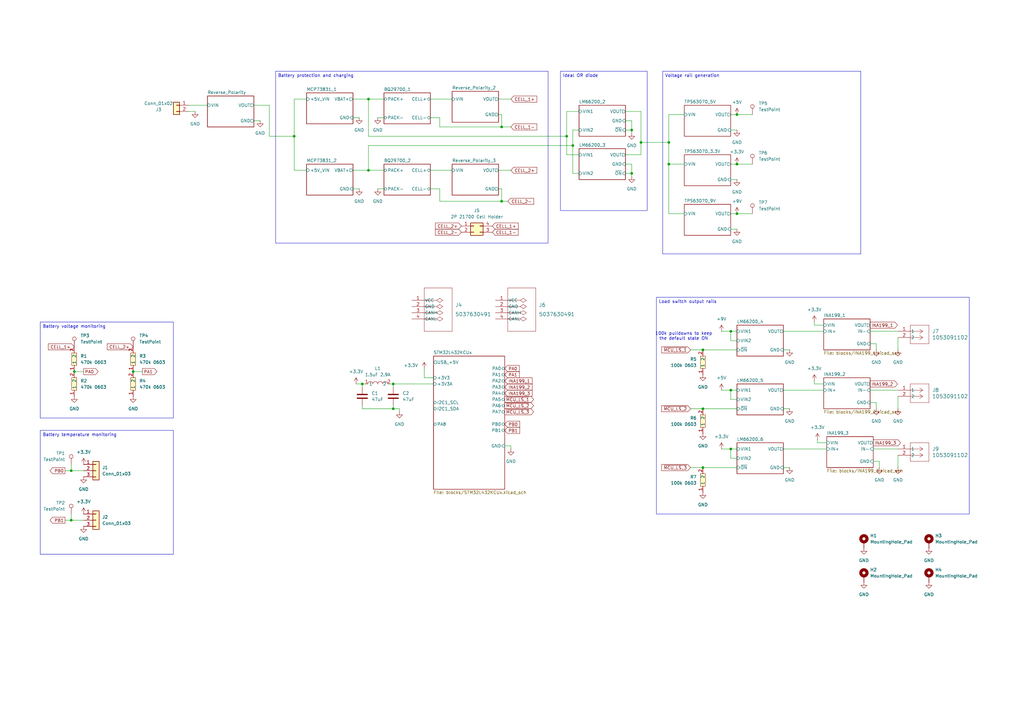
<source format=kicad_sch>
(kicad_sch (version 20231120) (generator "eeschema") (generator_version "8.0")
  (paper "A3")
  (lib_symbols
    (symbol "Connector:TestPoint" (pin_numbers hide) (pin_names (offset 0.762) hide)
      (property "Reference" "TP" (at 0 6.858 0))
      (property "Value" "TestPoint" (at 0 5.08 0))
      (symbol "TestPoint_1_1"
        (pin passive line (at 0 0 90) (length 2.54) (name "1") (number "1"))
      )
    )
    (symbol "Connector_Generic:Conn_01x02" (pin_names (offset 1.016) hide)
      (property "Reference" "J" (at 0 2.54 0))
      (property "Value" "Conn_01x02" (at 0 -5.08 0))
      (symbol "Conn_01x02_1_1"
        (pin passive line (at -5.08 0 0) (length 3.81) (name "Pin_1") (number "1"))
        (pin passive line (at -5.08 -2.54 0) (length 3.81) (name "Pin_2") (number "2"))
      )
    )
    (symbol "Connector_Generic:Conn_01x03" (pin_names (offset 1.016) hide)
      (property "Reference" "J" (at 0 5.08 0))
      (property "Value" "Conn_01x03" (at 0 -5.08 0))
      (symbol "Conn_01x03_1_1"
        (pin passive line (at -5.08 2.54 0) (length 3.81) (name "Pin_1") (number "1"))
        (pin passive line (at -5.08 0 0) (length 3.81) (name "Pin_2") (number "2"))
        (pin passive line (at -5.08 -2.54 0) (length 3.81) (name "Pin_3") (number "3"))
      )
    )
    (symbol "Connector_Generic:Conn_02x02_Counter_Clockwise" (pin_names (offset 1.016) hide)
      (property "Reference" "J" (at 1.27 2.54 0))
      (property "Value" "Conn_02x02_Counter_Clockwise" (at 1.27 -5.08 0))
      (symbol "Conn_02x02_Counter_Clockwise_1_1"
        (pin passive line (at -5.08 0 0) (length 3.81) (name "Pin_1") (number "1"))
        (pin passive line (at -5.08 -2.54 0) (length 3.81) (name "Pin_2") (number "2"))
        (pin passive line (at 7.62 -2.54 180) (length 3.81) (name "Pin_3") (number "3"))
        (pin passive line (at 7.62 0 180) (length 3.81) (name "Pin_4") (number "4"))
      )
    )
    (symbol "Device:C" (pin_numbers hide) (pin_names (offset 0.254))
      (property "Reference" "C" (at 0.635 2.54 0))
      (property "Value" "C" (at 0.635 -2.54 0))
      (symbol "C_1_1"
        (pin passive line (at 0 3.81 270) (length 2.794) (name "~") (number "1"))
        (pin passive line (at 0 -3.81 90) (length 2.794) (name "~") (number "2"))
      )
    )
    (symbol "Mechanical:MountingHole_Pad" (pin_numbers hide) (pin_names (offset 1.016) hide) (exclude_from_sim yes) (in_bom no)
      (property "Reference" "H" (at 0 6.35 0))
      (property "Value" "MountingHole_Pad" (at 0 4.445 0))
      (symbol "MountingHole_Pad_1_1"
        (pin input line (at 0 -2.54 90) (length 2.54) (name "1") (number "1"))
      )
    )
    (symbol "Rocketry_Easyeda:0603WAF1003T5E (100k 0603)"
      (property "Reference" "R" (at 0 5.08 0))
      (property "Value" "0603WAF1003T5E (100k 0603)" (at 0 -5.08 0))
      (symbol "0603WAF1003T5E (100k 0603)_0_1"
        (pin input line (at -5.08 0 0) (length 2.54) (name "1") (number "1"))
        (pin input line (at 5.08 0 180) (length 2.54) (name "2") (number "2"))
      )
    )
    (symbol "Rocketry_Easyeda:0603WAF4703T5E (470k 0603)"
      (property "Reference" "R" (at 0 5.08 0))
      (property "Value" "0603WAF4703T5E (470k 0603)" (at 0 -5.08 0))
      (symbol "0603WAF4703T5E (470k 0603)_0_1"
        (pin input line (at -5.08 0 0) (length 2.54) (name "1") (number "1"))
        (pin input line (at 5.08 0 180) (length 2.54) (name "2") (number "2"))
      )
    )
    (symbol "Rocketry_Easyeda:FTC252012S1R5MBCA (1.5uF 2.9A)"
      (property "Reference" "L" (at 0 5.08 0))
      (property "Value" "FTC252012S1R5MBCA (1.5uF 2.9A)" (at 0 -5.08 0))
      (symbol "FTC252012S1R5MBCA (1.5uF 2.9A)_0_1"
        (pin unspecified line (at -5.08 0 0) (length 1.016) (name "1") (number "1"))
        (pin unspecified line (at 5.08 0 180) (length 1.016) (name "2") (number "2"))
      )
    )
    (symbol "Rocketry_Manual:1053091102" (pin_names (offset 0.254))
      (property "Reference" "J" (at 8.89 6.35 0))
      (property "Value" "1053091102" (at 0 0 0))
      (symbol "1053091102_1_1"
        (pin unspecified line (at 0 0 0) (length 5.08) (name "1") (number "1"))
        (pin unspecified line (at 0 -2.54 0) (length 5.08) (name "2") (number "2"))
      )
      (symbol "1053091102_1_2"
        (pin unspecified line (at 0 0 0) (length 5.08) (name "1") (number "1"))
        (pin unspecified line (at 0 -2.54 0) (length 5.08) (name "2") (number "2"))
      )
    )
    (symbol "Rocketry_Manual:5037630491" (pin_names (offset 0.254))
      (property "Reference" "J" (at 8.89 6.35 0))
      (property "Value" "5037630491" (at -1.016 6.35 0))
      (symbol "5037630491_1_1"
        (pin input line (at 0 -2.54 0) (length 5.08) (name "VCC") (number "1"))
        (pin input line (at 0 -5.08 0) (length 5.08) (name "GND") (number "2"))
        (pin bidirectional line (at 0 -7.62 0) (length 5.08) (name "CANH") (number "3"))
        (pin bidirectional line (at 0 -10.16 0) (length 5.08) (name "CANL") (number "4"))
      )
    )
    (symbol "power:+3.3V" (power) (pin_numbers hide) (pin_names (offset 0) hide)
      (property "Value" "+3.3V" (at 0 3.556 0))
      (symbol "+3.3V_1_1"
        (pin power_in line (at 0 0 90) (length 0) (name "~") (number "1"))
      )
    )
    (symbol "power:+5V" (power) (pin_numbers hide) (pin_names (offset 0) hide)
      (property "Value" "+5V" (at 0 3.556 0))
      (symbol "+5V_1_1"
        (pin power_in line (at 0 0 90) (length 0) (name "~") (number "1"))
      )
    )
    (symbol "power:+9V" (power) (pin_numbers hide) (pin_names (offset 0) hide)
      (property "Value" "+9V" (at 0 3.556 0))
      (symbol "+9V_1_1"
        (pin power_in line (at 0 0 90) (length 0) (name "~") (number "1"))
      )
    )
    (symbol "power:GND" (power) (pin_numbers hide) (pin_names (offset 0) hide)
      (property "Value" "GND" (at 0 -3.81 0))
      (symbol "GND_1_1"
        (pin power_in line (at 0 0 270) (length 0) (name "~") (number "1"))
      )
    )
  )
  (junction (at 205.74 82.55))
  (junction (at 262.89 58.42))
  (junction (at 30.48 152.4))
  (junction (at 148.59 157.48))
  (junction (at 234.95 59.69))
  (junction (at 232.41 55.88))
  (junction (at 302.26 87.63))
  (junction (at 274.32 58.42))
  (junction (at 299.72 135.89))
  (junction (at 54.61 152.4))
  (junction (at 205.74 52.07))
  (junction (at 120.65 55.88))
  (junction (at 259.08 71.12))
  (junction (at 299.72 184.15))
  (junction (at 302.26 46.99))
  (junction (at 288.29 167.64))
  (junction (at 29.21 193.04))
  (junction (at 274.32 67.31))
  (junction (at 161.29 167.64))
  (junction (at 302.26 67.31))
  (junction (at 299.72 160.02))
  (junction (at 288.29 143.51))
  (junction (at 151.13 40.64))
  (junction (at 259.08 53.34))
  (junction (at 151.13 69.85))
  (junction (at 288.29 191.77))
  (junction (at 29.21 213.36))
  (junction (at 161.29 157.48))
  (wire (pts (xy 151.13 59.69) (xy 234.95 59.69)))
  (wire (pts (xy 205.74 82.55) (xy 205.74 77.47)))
  (wire (pts (xy 299.72 187.96) (xy 299.72 184.15)))
  (wire (pts (xy 207.01 182.88) (xy 209.55 182.88)))
  (wire (pts (xy 237.49 63.5) (xy 232.41 63.5)))
  (wire (pts (xy 29.21 210.82) (xy 29.21 213.36)))
  (wire (pts (xy 120.65 55.88) (xy 120.65 69.85)))
  (wire (pts (xy 151.13 40.64) (xy 151.13 55.88)))
  (wire (pts (xy 208.28 82.55) (xy 205.74 82.55)))
  (wire (pts (xy 334.01 133.35) (xy 337.82 133.35)))
  (wire (pts (xy 232.41 55.88) (xy 232.41 63.5)))
  (wire (pts (xy 161.29 157.48) (xy 177.8 157.48)))
  (wire (pts (xy 259.08 71.12) (xy 259.08 72.39)))
  (wire (pts (xy 26.67 193.04) (xy 29.21 193.04)))
  (wire (pts (xy 77.47 45.72) (xy 80.01 45.72)))
  (wire (pts (xy 356.87 135.89) (xy 368.3 135.89)))
  (wire (pts (xy 144.78 48.26) (xy 147.32 48.26)))
  (wire (pts (xy 234.95 59.69) (xy 234.95 71.12)))
  (wire (pts (xy 358.14 184.15) (xy 368.3 184.15)))
  (wire (pts (xy 302.26 187.96) (xy 299.72 187.96)))
  (wire (pts (xy 144.78 77.47) (xy 147.32 77.47)))
  (wire (pts (xy 148.59 167.64) (xy 161.29 167.64)))
  (wire (pts (xy 160.02 157.48) (xy 161.29 157.48)))
  (wire (pts (xy 77.47 43.18) (xy 85.09 43.18)))
  (wire (pts (xy 161.29 157.48) (xy 161.29 158.75)))
  (wire (pts (xy 368.3 143.51) (xy 368.3 138.43)))
  (wire (pts (xy 204.47 46.99) (xy 205.74 46.99)))
  (wire (pts (xy 234.95 71.12) (xy 237.49 71.12)))
  (wire (pts (xy 205.74 52.07) (xy 209.55 52.07)))
  (wire (pts (xy 259.08 49.53) (xy 259.08 53.34)))
  (wire (pts (xy 209.55 69.85) (xy 204.47 69.85)))
  (wire (pts (xy 256.54 45.72) (xy 262.89 45.72)))
  (wire (pts (xy 288.29 191.77) (xy 302.26 191.77)))
  (wire (pts (xy 262.89 58.42) (xy 274.32 58.42)))
  (wire (pts (xy 334.01 157.48) (xy 337.82 157.48)))
  (wire (pts (xy 274.32 46.99) (xy 280.67 46.99)))
  (wire (pts (xy 299.72 135.89) (xy 302.26 135.89)))
  (wire (pts (xy 205.74 52.07) (xy 205.74 46.99)))
  (wire (pts (xy 321.31 135.89) (xy 337.82 135.89)))
  (wire (pts (xy 110.49 43.18) (xy 110.49 55.88)))
  (wire (pts (xy 356.87 140.97) (xy 359.41 140.97)))
  (wire (pts (xy 176.53 40.64) (xy 185.42 40.64)))
  (wire (pts (xy 205.74 77.47) (xy 204.47 77.47)))
  (wire (pts (xy 299.72 139.7) (xy 299.72 135.89)))
  (wire (pts (xy 288.29 143.51) (xy 302.26 143.51)))
  (wire (pts (xy 29.21 190.5) (xy 29.21 193.04)))
  (wire (pts (xy 321.31 191.77) (xy 323.85 191.77)))
  (wire (pts (xy 299.72 93.98) (xy 302.26 93.98)))
  (wire (pts (xy 180.34 48.26) (xy 180.34 52.07)))
  (wire (pts (xy 262.89 63.5) (xy 256.54 63.5)))
  (wire (pts (xy 360.68 189.23) (xy 360.68 191.77)))
  (wire (pts (xy 180.34 48.26) (xy 176.53 48.26)))
  (wire (pts (xy 299.72 160.02) (xy 302.26 160.02)))
  (wire (pts (xy 302.26 67.31) (xy 299.72 67.31)))
  (wire (pts (xy 299.72 163.83) (xy 299.72 160.02)))
  (wire (pts (xy 356.87 165.1) (xy 359.41 165.1)))
  (wire (pts (xy 163.83 167.64) (xy 161.29 167.64)))
  (wire (pts (xy 144.78 40.64) (xy 151.13 40.64)))
  (wire (pts (xy 151.13 69.85) (xy 151.13 59.69)))
  (wire (pts (xy 274.32 67.31) (xy 274.32 87.63)))
  (wire (pts (xy 283.21 191.77) (xy 288.29 191.77)))
  (wire (pts (xy 161.29 167.64) (xy 161.29 166.37)))
  (wire (pts (xy 295.91 160.02) (xy 299.72 160.02)))
  (wire (pts (xy 180.34 52.07) (xy 205.74 52.07)))
  (wire (pts (xy 256.54 53.34) (xy 259.08 53.34)))
  (wire (pts (xy 144.78 69.85) (xy 151.13 69.85)))
  (wire (pts (xy 232.41 45.72) (xy 232.41 55.88)))
  (wire (pts (xy 256.54 71.12) (xy 259.08 71.12)))
  (wire (pts (xy 180.34 82.55) (xy 205.74 82.55)))
  (wire (pts (xy 259.08 67.31) (xy 259.08 71.12)))
  (wire (pts (xy 259.08 67.31) (xy 256.54 67.31)))
  (wire (pts (xy 321.31 160.02) (xy 337.82 160.02)))
  (wire (pts (xy 148.59 157.48) (xy 149.86 157.48)))
  (wire (pts (xy 120.65 69.85) (xy 125.73 69.85)))
  (wire (pts (xy 321.31 143.51) (xy 323.85 143.51)))
  (wire (pts (xy 299.72 184.15) (xy 302.26 184.15)))
  (wire (pts (xy 176.53 69.85) (xy 185.42 69.85)))
  (wire (pts (xy 58.42 152.4) (xy 54.61 152.4)))
  (wire (pts (xy 302.26 139.7) (xy 299.72 139.7)))
  (wire (pts (xy 321.31 167.64) (xy 323.85 167.64)))
  (wire (pts (xy 173.99 151.13) (xy 173.99 154.94)))
  (wire (pts (xy 237.49 53.34) (xy 234.95 53.34)))
  (wire (pts (xy 302.26 87.63) (xy 308.61 87.63)))
  (wire (pts (xy 295.91 184.15) (xy 299.72 184.15)))
  (wire (pts (xy 335.28 181.61) (xy 339.09 181.61)))
  (wire (pts (xy 209.55 40.64) (xy 204.47 40.64)))
  (wire (pts (xy 29.21 213.36) (xy 34.29 213.36)))
  (wire (pts (xy 334.01 132.08) (xy 334.01 133.35)))
  (wire (pts (xy 283.21 143.51) (xy 288.29 143.51)))
  (wire (pts (xy 299.72 53.34) (xy 302.26 53.34)))
  (wire (pts (xy 358.14 189.23) (xy 360.68 189.23)))
  (wire (pts (xy 151.13 40.64) (xy 157.48 40.64)))
  (wire (pts (xy 259.08 49.53) (xy 256.54 49.53)))
  (wire (pts (xy 302.26 67.31) (xy 308.61 67.31)))
  (wire (pts (xy 299.72 73.66) (xy 302.26 73.66)))
  (wire (pts (xy 232.41 45.72) (xy 237.49 45.72)))
  (wire (pts (xy 146.05 157.48) (xy 148.59 157.48)))
  (wire (pts (xy 163.83 168.91) (xy 163.83 167.64)))
  (wire (pts (xy 176.53 77.47) (xy 180.34 77.47)))
  (wire (pts (xy 302.26 87.63) (xy 299.72 87.63)))
  (wire (pts (xy 274.32 87.63) (xy 280.67 87.63)))
  (wire (pts (xy 280.67 67.31) (xy 274.32 67.31)))
  (wire (pts (xy 29.21 193.04) (xy 34.29 193.04)))
  (wire (pts (xy 368.3 167.64) (xy 368.3 162.56)))
  (wire (pts (xy 283.21 167.64) (xy 288.29 167.64)))
  (wire (pts (xy 335.28 180.34) (xy 335.28 181.61)))
  (wire (pts (xy 288.29 167.64) (xy 302.26 167.64)))
  (wire (pts (xy 151.13 69.85) (xy 157.48 69.85)))
  (wire (pts (xy 157.48 77.47) (xy 154.94 77.47)))
  (wire (pts (xy 157.48 48.26) (xy 154.94 48.26)))
  (wire (pts (xy 356.87 160.02) (xy 368.3 160.02)))
  (wire (pts (xy 148.59 157.48) (xy 148.59 158.75)))
  (wire (pts (xy 110.49 55.88) (xy 120.65 55.88)))
  (wire (pts (xy 151.13 55.88) (xy 232.41 55.88)))
  (wire (pts (xy 368.3 191.77) (xy 368.3 186.69)))
  (wire (pts (xy 321.31 184.15) (xy 339.09 184.15)))
  (wire (pts (xy 302.26 46.99) (xy 299.72 46.99)))
  (wire (pts (xy 295.91 135.89) (xy 299.72 135.89)))
  (wire (pts (xy 302.26 46.99) (xy 308.61 46.99)))
  (wire (pts (xy 334.01 156.21) (xy 334.01 157.48)))
  (wire (pts (xy 274.32 58.42) (xy 274.32 46.99)))
  (wire (pts (xy 259.08 53.34) (xy 259.08 54.61)))
  (wire (pts (xy 262.89 58.42) (xy 262.89 63.5)))
  (wire (pts (xy 34.29 152.4) (xy 30.48 152.4)))
  (wire (pts (xy 104.14 43.18) (xy 110.49 43.18)))
  (wire (pts (xy 302.26 163.83) (xy 299.72 163.83)))
  (wire (pts (xy 359.41 165.1) (xy 359.41 167.64)))
  (wire (pts (xy 173.99 154.94) (xy 177.8 154.94)))
  (wire (pts (xy 274.32 58.42) (xy 274.32 67.31)))
  (wire (pts (xy 180.34 77.47) (xy 180.34 82.55)))
  (wire (pts (xy 120.65 40.64) (xy 120.65 55.88)))
  (wire (pts (xy 262.89 58.42) (xy 262.89 45.72)))
  (wire (pts (xy 359.41 140.97) (xy 359.41 143.51)))
  (wire (pts (xy 234.95 53.34) (xy 234.95 59.69)))
  (wire (pts (xy 125.73 40.64) (xy 120.65 40.64)))
  (wire (pts (xy 209.55 184.15) (xy 209.55 182.88)))
  (wire (pts (xy 104.14 49.53) (xy 106.68 49.53)))
  (wire (pts (xy 148.59 167.64) (xy 148.59 166.37)))
  (wire (pts (xy 26.67 213.36) (xy 29.21 213.36)))
  (text_box "Battery voltage monitoring" (at 16.51 132.08 0) (size 54.61 39.37) (effects (font (size 1.27 1.27)) (justify left top)))
  (text_box "Load switch output rails" (at 269.24 121.92 0) (size 128.27 88.9) (effects (font (size 1.27 1.27)) (justify left top)))
  (text_box "Ideal OR diode" (at 229.87 29.21 0) (size 35.56 57.15) (effects (font (size 1.27 1.27)) (justify left top)))
  (text_box "Battery protection and charging" (at 113.03 29.21 0) (size 111.76 70.485) (effects (font (size 1.27 1.27)) (justify left top)))
  (text_box "Battery temperature monitoring" (at 16.51 176.53 0) (size 54.61 50.8) (effects (font (size 1.27 1.27)) (justify left top)))
  (text_box "Voltage rail generation" (at 271.78 29.21 0) (size 81.28 74.93) (effects (font (size 1.27 1.27)) (justify left top)))
  (text "100k pulldowns to keep\nthe default state ON" (at 280.416 137.922 0) (effects (font (size 1.27 1.27))))
  (global_label "PB0" (shape output) (at 26.67 193.04 180) (property "Intersheetrefs" "${INTERSHEET_REFS}" (effects (hide yes))))
  (global_label "~{MCU_LS_2}" (shape input) (at 283.21 167.64 180) (property "Intersheetrefs" "${INTERSHEET_REFS}" (effects (hide yes))))
  (global_label "CELL_2-" (shape input) (at 208.28 82.55 0) (property "Intersheetrefs" "${INTERSHEET_REFS}" (effects (hide yes))))
  (global_label "INA199_1" (shape input) (at 207.01 156.21 0) (property "Intersheetrefs" "${INTERSHEET_REFS}" (effects (hide yes))))
  (global_label "INA199_3" (shape input) (at 207.01 161.29 0) (property "Intersheetrefs" "${INTERSHEET_REFS}" (effects (hide yes))))
  (global_label "INA199_2" (shape input) (at 207.01 158.75 0) (property "Intersheetrefs" "${INTERSHEET_REFS}" (effects (hide yes))))
  (global_label "INA199_2" (shape output) (at 356.87 157.48 0) (property "Intersheetrefs" "${INTERSHEET_REFS}" (effects (hide yes))))
  (global_label "CELL_1+" (shape input) (at 30.48 142.24 180) (property "Intersheetrefs" "${INTERSHEET_REFS}" (effects (hide yes))))
  (global_label "~{MCU_LS_3}" (shape output) (at 207.01 168.91 0) (property "Intersheetrefs" "${INTERSHEET_REFS}" (effects (hide yes))))
  (global_label "PA0" (shape input) (at 207.01 151.13 0) (property "Intersheetrefs" "${INTERSHEET_REFS}" (effects (hide yes))))
  (global_label "CELL_1+" (shape input) (at 209.55 40.64 0) (property "Intersheetrefs" "${INTERSHEET_REFS}" (effects (hide yes))))
  (global_label "CELL_2+" (shape input) (at 54.61 142.24 180) (property "Intersheetrefs" "${INTERSHEET_REFS}" (effects (hide yes))))
  (global_label "CELL_1+" (shape input) (at 201.93 92.71 0) (property "Intersheetrefs" "${INTERSHEET_REFS}" (effects (hide yes))))
  (global_label "~{MCU_LS_3}" (shape input) (at 283.21 191.77 180) (property "Intersheetrefs" "${INTERSHEET_REFS}" (effects (hide yes))))
  (global_label "PA1" (shape output) (at 58.42 152.4 0) (property "Intersheetrefs" "${INTERSHEET_REFS}" (effects (hide yes))))
  (global_label "PB0" (shape input) (at 207.01 173.99 0) (property "Intersheetrefs" "${INTERSHEET_REFS}" (effects (hide yes))))
  (global_label "CELL_2+" (shape input) (at 209.55 69.85 0) (property "Intersheetrefs" "${INTERSHEET_REFS}" (effects (hide yes))))
  (global_label "PB1" (shape output) (at 26.67 213.36 180) (property "Intersheetrefs" "${INTERSHEET_REFS}" (effects (hide yes))))
  (global_label "CELL_1-" (shape input) (at 201.93 95.25 0) (property "Intersheetrefs" "${INTERSHEET_REFS}" (effects (hide yes))))
  (global_label "CELL_2+" (shape input) (at 189.23 92.71 180) (property "Intersheetrefs" "${INTERSHEET_REFS}" (effects (hide yes))))
  (global_label "CELL_1-" (shape input) (at 209.55 52.07 0) (property "Intersheetrefs" "${INTERSHEET_REFS}" (effects (hide yes))))
  (global_label "PA1" (shape input) (at 207.01 153.67 0) (property "Intersheetrefs" "${INTERSHEET_REFS}" (effects (hide yes))))
  (global_label "~{MCU_LS_1}" (shape output) (at 207.01 163.83 0) (property "Intersheetrefs" "${INTERSHEET_REFS}" (effects (hide yes))))
  (global_label "CELL_2-" (shape input) (at 189.23 95.25 180) (property "Intersheetrefs" "${INTERSHEET_REFS}" (effects (hide yes))))
  (global_label "~{MCU_LS_1}" (shape input) (at 283.21 143.51 180) (property "Intersheetrefs" "${INTERSHEET_REFS}" (effects (hide yes))))
  (global_label "~{MCU_LS_2}" (shape output) (at 207.01 166.37 0) (property "Intersheetrefs" "${INTERSHEET_REFS}" (effects (hide yes))))
  (global_label "INA199_3" (shape output) (at 358.14 181.61 0) (property "Intersheetrefs" "${INTERSHEET_REFS}" (effects (hide yes))))
  (global_label "PB1" (shape input) (at 207.01 176.53 0) (property "Intersheetrefs" "${INTERSHEET_REFS}" (effects (hide yes))))
  (global_label "INA199_1" (shape output) (at 356.87 133.35 0) (property "Intersheetrefs" "${INTERSHEET_REFS}" (effects (hide yes))))
  (global_label "PA0" (shape output) (at 34.29 152.4 0) (property "Intersheetrefs" "${INTERSHEET_REFS}" (effects (hide yes))))
  (symbol (lib_id "Device:C") (at 148.59 162.56 0) (unit 1)
    (property "Reference" "C1" (at 152.4 161.29 0) (effects (justify left)))
    (property "Value" "47uF" (at 152.4 163.83 0) (effects (justify left)))
    (property "Footprint" "Capacitor_SMD:C_0603_1608Metric" (effects (hide yes)))
    (property "Description" "Unpolarized capacitor" (effects (hide yes)))
  )
  (symbol (lib_id "power:GND") (at 34.29 195.58 0) (unit 1)
    (property "Reference" "#PWR03" (effects (hide yes)))
    (property "Value" "GND" (at 34.29 200.66 0))
    (property "Description" "Power symbol creates a global label with name \"GND\" , ground" (effects (hide yes)))
  )
  (symbol (lib_id "power:GND") (at 368.3 191.77 0) (unit 1)
    (property "Reference" "#PWR044" (effects (hide yes)))
    (property "Value" "GND" (at 368.3 196.85 0))
    (property "Description" "Power symbol creates a global label with name \"GND\" , ground" (effects (hide yes)))
  )
  (symbol (lib_id "power:GND") (at 360.68 191.77 0) (unit 1)
    (property "Reference" "#PWR041" (effects (hide yes)))
    (property "Value" "GND" (at 360.68 196.85 0))
    (property "Description" "Power symbol creates a global label with name \"GND\" , ground" (effects (hide yes)))
  )
  (symbol (lib_id "power:GND") (at 288.29 153.67 0) (unit 1)
    (property "Reference" "#PWR019" (effects (hide yes)))
    (property "Value" "GND" (at 288.29 158.75 0))
    (property "Description" "Power symbol creates a global label with name \"GND\" , ground" (effects (hide yes)))
  )
  (symbol (lib_id "Connector_Generic:Conn_01x02") (at 72.39 43.18 0) (mirror y) (unit 1)
    (property "Reference" "J3" (at 65.024 44.958 0))
    (property "Value" "Conn_01x02" (at 65.024 42.418 0))
    (property "Footprint" "Connector_Molex:Molex_PicoBlade_53048-0210_1x02_P1.25mm_Horizontal" (effects (hide yes)))
    (property "Description" "Generic connector, single row, 01x02, script generated (kicad-library-utils/schlib/autogen/connector/)" (effects (hide yes)))
  )
  (symbol (lib_id "power:GND") (at 302.26 53.34 0) (unit 1)
    (property "Reference" "#PWR026" (effects (hide yes)))
    (property "Value" "GND" (at 302.26 58.42 0))
    (property "Description" "Power symbol creates a global label with name \"GND\" , ground" (effects (hide yes)))
  )
  (symbol (lib_id "power:GND") (at 163.83 168.91 0) (unit 1)
    (property "Reference" "#PWR014" (effects (hide yes)))
    (property "Value" "GND" (at 163.83 173.99 0))
    (property "Description" "Power symbol creates a global label with name \"GND\" , ground" (effects (hide yes)))
  )
  (symbol (lib_id "Rocketry_Manual:1053091102") (at 368.3 184.15 0) (unit 1)
    (property "Reference" "J9" (at 382.27 184.1499 0) (effects (font (size 1.524 1.524)) (justify left)))
    (property "Value" "1053091102" (at 382.27 186.6899 0) (effects (font (size 1.524 1.524)) (justify left)))
    (property "Footprint" "Rocketry_Manual:CON_1053091102" (effects (hide yes)))
    (property "Datasheet" "1053091102" (effects (hide yes)))
  )
  (symbol (lib_id "power:GND") (at 354.33 238.76 0) (unit 1)
    (property "Reference" "#PWR038" (effects (hide yes)))
    (property "Value" "GND" (at 354.33 243.84 0))
    (property "Description" "Power symbol creates a global label with name \"GND\" , ground" (effects (hide yes)))
  )
  (symbol (lib_id "power:+3.3V") (at 146.05 157.48 0) (unit 1)
    (property "Reference" "#PWR09" (effects (hide yes)))
    (property "Value" "+3.3V" (at 146.05 152.4 0))
    (property "Description" "Power symbol creates a global label with name \"+3.3V\"" (effects (hide yes)))
  )
  (symbol (lib_id "Rocketry_Easyeda:0603WAF4703T5E (470k 0603)") (at 30.48 147.32 270) (mirror x) (unit 1)
    (property "Reference" "R1" (at 33.02 146.0499 90) (effects (justify left)))
    (property "Value" "470k 0603" (at 33.02 148.5899 90) (effects (justify left)))
    (property "Footprint" "Rocketry_Easyeda:R0603" (effects (hide yes)))
    (property "Datasheet" "https://lcsc.com/product-detail/Chip-Resistor-Surface-Mount-UniOhm_470KR-4703-1_C23178.html" (effects (hide yes)))
    (property "LCSC Part" "C23178" (effects (hide yes)))
  )
  (symbol (lib_id "power:+3.3V") (at 173.99 151.13 0) (mirror y) (unit 1)
    (property "Reference" "#PWR015" (effects (hide yes)))
    (property "Value" "+3.3V" (at 171.45 149.86 0) (effects (justify left)))
    (property "Description" "Power symbol creates a global label with name \"+3.3V\"" (effects (hide yes)))
  )
  (symbol (lib_id "Rocketry_Manual:1053091102") (at 368.3 135.89 0) (unit 1)
    (property "Reference" "J7" (at 382.27 135.8899 0) (effects (font (size 1.524 1.524)) (justify left)))
    (property "Value" "1053091102" (at 382.27 138.4299 0) (effects (font (size 1.524 1.524)) (justify left)))
    (property "Footprint" "Rocketry_Manual:CON_1053091102" (effects (hide yes)))
    (property "Datasheet" "1053091102" (effects (hide yes)))
  )
  (symbol (lib_id "power:+5V") (at 302.26 46.99 0) (unit 1)
    (property "Reference" "#PWR025" (effects (hide yes)))
    (property "Value" "+5V" (at 302.26 41.91 0))
    (property "Description" "Power symbol creates a global label with name \"+5V\"" (effects (hide yes)))
  )
  (symbol (lib_id "power:GND") (at 302.26 93.98 0) (unit 1)
    (property "Reference" "#PWR030" (effects (hide yes)))
    (property "Value" "GND" (at 302.26 99.06 0))
    (property "Description" "Power symbol creates a global label with name \"GND\" , ground" (effects (hide yes)))
  )
  (symbol (lib_id "power:+3.3V") (at 295.91 184.15 0) (unit 1)
    (property "Reference" "#PWR024" (effects (hide yes)))
    (property "Value" "+3.3V" (at 295.91 179.07 0))
    (property "Description" "Power symbol creates a global label with name \"+3.3V\"" (effects (hide yes)))
  )
  (symbol (lib_id "power:GND") (at 154.94 77.47 0) (mirror y) (unit 1)
    (property "Reference" "#PWR013" (effects (hide yes)))
    (property "Value" "GND" (at 154.94 82.55 0))
    (property "Description" "Power symbol creates a global label with name \"GND\" , ground" (effects (hide yes)))
  )
  (symbol (lib_id "Connector_Generic:Conn_02x02_Counter_Clockwise") (at 194.31 92.71 0) (unit 1)
    (property "Reference" "J5" (at 195.58 86.36 0))
    (property "Value" "2P 21700 Cell Holder" (at 195.58 88.9 0))
    (property "Footprint" "Rocketry_Manual:PA21700x2-THM_Parallel" (effects (hide yes)))
    (property "Description" "Generic connector, double row, 02x02, counter clockwise pin numbering scheme (similar to DIP package numbering), script generated (kicad-library-utils/schlib/autogen/connector/)" (effects (hide yes)))
  )
  (symbol (lib_id "Connector:TestPoint") (at 308.61 67.31 0) (unit 1)
    (property "Reference" "TP6" (at 311.15 62.738 0) (effects (justify left)))
    (property "Value" "TestPoint" (at 311.15 65.278 0) (effects (justify left)))
    (property "Footprint" "TestPoint:TestPoint_Pad_2.0x2.0mm" (effects (hide yes)))
    (property "Description" "test point" (effects (hide yes)))
  )
  (symbol (lib_id "Rocketry_Manual:5037630491") (at 203.2 120.65 0) (unit 1)
    (property "Reference" "J6" (at 220.98 125.095 0) (effects (font (size 1.524 1.524)) (justify left)))
    (property "Value" "5037630491" (at 220.98 128.905 0) (effects (font (size 1.524 1.524)) (justify left)))
    (property "Footprint" "Rocketry_Manual:CON_5037630491" (effects (hide yes)))
    (property "Datasheet" "5037630491" (effects (hide yes)))
  )
  (symbol (lib_id "power:GND") (at 209.55 184.15 0) (unit 1)
    (property "Reference" "#PWR016" (effects (hide yes)))
    (property "Value" "GND" (at 209.55 189.23 0))
    (property "Description" "Power symbol creates a global label with name \"GND\" , ground" (effects (hide yes)))
  )
  (symbol (lib_id "power:GND") (at 147.32 77.47 0) (unit 1)
    (property "Reference" "#PWR011" (effects (hide yes)))
    (property "Value" "GND" (at 147.32 82.55 0))
    (property "Description" "Power symbol creates a global label with name \"GND\" , ground" (effects (hide yes)))
  )
  (symbol (lib_id "Mechanical:MountingHole_Pad") (at 381 222.25 0) (unit 1) (exclude_from_sim yes) (in_bom no)
    (property "Reference" "H3" (at 383.54 219.7099 0) (effects (justify left)))
    (property "Value" "MountingHole_Pad" (at 383.54 222.2499 0) (effects (justify left)))
    (property "Footprint" "MountingHole:MountingHole_2.7mm_M2.5_Pad_Via" (effects (hide yes)))
    (property "Description" "Mounting Hole with connection" (effects (hide yes)))
  )
  (symbol (lib_id "power:GND") (at 80.01 45.72 0) (unit 1)
    (property "Reference" "#PWR07" (effects (hide yes)))
    (property "Value" "GND" (at 80.01 50.8 0))
    (property "Description" "Power symbol creates a global label with name \"GND\" , ground" (effects (hide yes)))
  )
  (symbol (lib_id "power:GND") (at 30.48 162.56 0) (unit 1)
    (property "Reference" "#PWR01" (effects (hide yes)))
    (property "Value" "GND" (at 30.48 167.64 0))
    (property "Description" "Power symbol creates a global label with name \"GND\" , ground" (effects (hide yes)))
  )
  (symbol (lib_id "Rocketry_Easyeda:FTC252012S1R5MBCA (1.5uF 2.9A)") (at 154.94 157.48 0) (unit 1)
    (property "Reference" "L1" (at 154.94 151.13 0))
    (property "Value" "1.5uF 2.9A" (at 154.94 153.67 0))
    (property "Footprint" "Rocketry_Easyeda:IND-SMD_L2.5-W2.0_MEKK2520TR47M" (effects (hide yes)))
    (property "LCSC Part" "C5832371" (effects (hide yes)))
  )
  (symbol (lib_id "Connector:TestPoint") (at 29.21 210.82 0) (mirror y) (unit 1)
    (property "Reference" "TP2" (at 26.67 206.248 0) (effects (justify left)))
    (property "Value" "TestPoint" (at 26.67 208.788 0) (effects (justify left)))
    (property "Footprint" "TestPoint:TestPoint_Pad_2.0x2.0mm" (effects (hide yes)))
    (property "Description" "test point" (effects (hide yes)))
  )
  (symbol (lib_id "power:GND") (at 368.3 143.51 0) (unit 1)
    (property "Reference" "#PWR042" (effects (hide yes)))
    (property "Value" "GND" (at 368.3 148.59 0))
    (property "Description" "Power symbol creates a global label with name \"GND\" , ground" (effects (hide yes)))
  )
  (symbol (lib_id "Connector:TestPoint") (at 308.61 46.99 0) (unit 1)
    (property "Reference" "TP5" (at 311.15 42.418 0) (effects (justify left)))
    (property "Value" "TestPoint" (at 311.15 44.958 0) (effects (justify left)))
    (property "Footprint" "TestPoint:TestPoint_Pad_2.0x2.0mm" (effects (hide yes)))
    (property "Description" "test point" (effects (hide yes)))
  )
  (symbol (lib_id "power:GND") (at 323.85 191.77 0) (unit 1)
    (property "Reference" "#PWR033" (effects (hide yes)))
    (property "Value" "GND" (at 323.85 196.85 0))
    (property "Description" "Power symbol creates a global label with name \"GND\" , ground" (effects (hide yes)))
  )
  (symbol (lib_id "power:GND") (at 302.26 73.66 0) (unit 1)
    (property "Reference" "#PWR028" (effects (hide yes)))
    (property "Value" "GND" (at 302.26 78.74 0))
    (property "Description" "Power symbol creates a global label with name \"GND\" , ground" (effects (hide yes)))
  )
  (symbol (lib_id "power:GND") (at 368.3 167.64 0) (unit 1)
    (property "Reference" "#PWR043" (effects (hide yes)))
    (property "Value" "GND" (at 368.3 172.72 0))
    (property "Description" "Power symbol creates a global label with name \"GND\" , ground" (effects (hide yes)))
  )
  (symbol (lib_id "power:GND") (at 54.61 162.56 0) (unit 1)
    (property "Reference" "#PWR06" (effects (hide yes)))
    (property "Value" "GND" (at 54.61 167.64 0))
    (property "Description" "Power symbol creates a global label with name \"GND\" , ground" (effects (hide yes)))
  )
  (symbol (lib_id "power:+3.3V") (at 334.01 132.08 0) (unit 1)
    (property "Reference" "#PWR034" (effects (hide yes)))
    (property "Value" "+3.3V" (at 334.01 127 0))
    (property "Description" "Power symbol creates a global label with name \"+3.3V\"" (effects (hide yes)))
  )
  (symbol (lib_id "Rocketry_Easyeda:0603WAF1003T5E (100k 0603)") (at 288.29 172.72 270) (mirror x) (unit 1)
    (property "Reference" "R6" (at 285.75 171.4499 90) (effects (justify right)))
    (property "Value" "100k 0603" (at 285.75 173.9899 90) (effects (justify right)))
    (property "Footprint" "Rocketry_Easyeda:R0603" (effects (hide yes)))
    (property "Datasheet" "https://lcsc.com/product-detail/Chip-Resistor-Surface-Mount-UniOhm_100KR-1003-1_C25803.html" (effects (hide yes)))
    (property "LCSC Part" "C25803" (effects (hide yes)))
  )
  (symbol (lib_id "power:+3.3V") (at 34.29 210.82 0) (unit 1)
    (property "Reference" "#PWR04" (effects (hide yes)))
    (property "Value" "+3.3V" (at 34.29 205.74 0))
    (property "Description" "Power symbol creates a global label with name \"+3.3V\"" (effects (hide yes)))
  )
  (symbol (lib_id "power:GND") (at 323.85 143.51 0) (unit 1)
    (property "Reference" "#PWR031" (effects (hide yes)))
    (property "Value" "GND" (at 323.85 148.59 0))
    (property "Description" "Power symbol creates a global label with name \"GND\" , ground" (effects (hide yes)))
  )
  (symbol (lib_id "Connector:TestPoint") (at 30.48 142.24 0) (unit 1)
    (property "Reference" "TP3" (at 33.02 137.668 0) (effects (justify left)))
    (property "Value" "TestPoint" (at 33.02 140.208 0) (effects (justify left)))
    (property "Footprint" "TestPoint:TestPoint_Pad_2.0x2.0mm" (effects (hide yes)))
    (property "Description" "test point" (effects (hide yes)))
  )
  (symbol (lib_id "power:+3.3V") (at 334.01 156.21 0) (unit 1)
    (property "Reference" "#PWR035" (effects (hide yes)))
    (property "Value" "+3.3V" (at 334.01 151.13 0))
    (property "Description" "Power symbol creates a global label with name \"+3.3V\"" (effects (hide yes)))
  )
  (symbol (lib_id "power:GND") (at 259.08 72.39 0) (unit 1)
    (property "Reference" "#PWR018" (effects (hide yes)))
    (property "Value" "GND" (at 259.08 77.47 0))
    (property "Description" "Power symbol creates a global label with name \"GND\" , ground" (effects (hide yes)))
  )
  (symbol (lib_id "Device:C") (at 161.29 162.56 0) (unit 1)
    (property "Reference" "C2" (at 165.1 161.29 0) (effects (justify left)))
    (property "Value" "47uF" (at 165.1 163.83 0) (effects (justify left)))
    (property "Footprint" "Capacitor_SMD:C_0603_1608Metric" (effects (hide yes)))
    (property "Description" "Unpolarized capacitor" (effects (hide yes)))
  )
  (symbol (lib_id "Connector:TestPoint") (at 29.21 190.5 0) (mirror y) (unit 1)
    (property "Reference" "TP1" (at 26.67 185.928 0) (effects (justify left)))
    (property "Value" "TestPoint" (at 26.67 188.468 0) (effects (justify left)))
    (property "Footprint" "TestPoint:TestPoint_Pad_2.0x2.0mm" (effects (hide yes)))
    (property "Description" "test point" (effects (hide yes)))
  )
  (symbol (lib_id "power:GND") (at 359.41 167.64 0) (unit 1)
    (property "Reference" "#PWR040" (effects (hide yes)))
    (property "Value" "GND" (at 359.41 172.72 0))
    (property "Description" "Power symbol creates a global label with name \"GND\" , ground" (effects (hide yes)))
  )
  (symbol (lib_id "Connector_Generic:Conn_01x03") (at 39.37 193.04 0) (unit 1)
    (property "Reference" "J1" (at 41.91 191.77 0) (effects (justify left)))
    (property "Value" "Conn_01x03" (at 41.91 194.31 0) (effects (justify left)))
    (property "Footprint" "Connector_Molex:Molex_PicoBlade_53047-0310_1x03_P1.25mm_Vertical" (effects (hide yes)))
    (property "Description" "Generic connector, single row, 01x03, script generated (kicad-library-utils/schlib/autogen/connector/)" (effects (hide yes)))
  )
  (symbol (lib_id "Mechanical:MountingHole_Pad") (at 381 236.22 0) (unit 1) (exclude_from_sim yes) (in_bom no)
    (property "Reference" "H4" (at 383.54 233.6799 0) (effects (justify left)))
    (property "Value" "MountingHole_Pad" (at 383.54 236.2199 0) (effects (justify left)))
    (property "Footprint" "MountingHole:MountingHole_2.7mm_M2.5_Pad_Via" (effects (hide yes)))
    (property "Description" "Mounting Hole with connection" (effects (hide yes)))
  )
  (symbol (lib_id "Rocketry_Easyeda:0603WAF4703T5E (470k 0603)") (at 54.61 157.48 270) (mirror x) (unit 1)
    (property "Reference" "R4" (at 57.15 156.2099 90) (effects (justify left)))
    (property "Value" "470k 0603" (at 57.15 158.7499 90) (effects (justify left)))
    (property "Footprint" "Rocketry_Easyeda:R0603" (effects (hide yes)))
    (property "Datasheet" "https://lcsc.com/product-detail/Chip-Resistor-Surface-Mount-UniOhm_470KR-4703-1_C23178.html" (effects (hide yes)))
    (property "LCSC Part" "C23178" (effects (hide yes)))
  )
  (symbol (lib_id "Rocketry_Easyeda:0603WAF4703T5E (470k 0603)") (at 54.61 147.32 270) (mirror x) (unit 1)
    (property "Reference" "R3" (at 57.15 146.0499 90) (effects (justify left)))
    (property "Value" "470k 0603" (at 57.15 148.5899 90) (effects (justify left)))
    (property "Footprint" "Rocketry_Easyeda:R0603" (effects (hide yes)))
    (property "Datasheet" "https://lcsc.com/product-detail/Chip-Resistor-Surface-Mount-UniOhm_470KR-4703-1_C23178.html" (effects (hide yes)))
    (property "LCSC Part" "C23178" (effects (hide yes)))
  )
  (symbol (lib_id "power:+5V") (at 295.91 160.02 0) (unit 1)
    (property "Reference" "#PWR023" (effects (hide yes)))
    (property "Value" "+5V" (at 295.91 154.94 0))
    (property "Description" "Power symbol creates a global label with name \"+5V\"" (effects (hide yes)))
  )
  (symbol (lib_id "Connector:TestPoint") (at 54.61 142.24 0) (unit 1)
    (property "Reference" "TP4" (at 57.15 137.668 0) (effects (justify left)))
    (property "Value" "TestPoint" (at 57.15 140.208 0) (effects (justify left)))
    (property "Footprint" "TestPoint:TestPoint_Pad_2.0x2.0mm" (effects (hide yes)))
    (property "Description" "test point" (effects (hide yes)))
  )
  (symbol (lib_id "power:GND") (at 288.29 201.93 0) (unit 1)
    (property "Reference" "#PWR021" (effects (hide yes)))
    (property "Value" "GND" (at 288.29 207.01 0))
    (property "Description" "Power symbol creates a global label with name \"GND\" , ground" (effects (hide yes)))
  )
  (symbol (lib_id "Connector:TestPoint") (at 308.61 87.63 0) (unit 1)
    (property "Reference" "TP7" (at 311.15 83.058 0) (effects (justify left)))
    (property "Value" "TestPoint" (at 311.15 85.598 0) (effects (justify left)))
    (property "Footprint" "TestPoint:TestPoint_Pad_2.0x2.0mm" (effects (hide yes)))
    (property "Description" "test point" (effects (hide yes)))
  )
  (symbol (lib_id "Connector_Generic:Conn_01x03") (at 39.37 213.36 0) (unit 1)
    (property "Reference" "J2" (at 41.91 212.09 0) (effects (justify left)))
    (property "Value" "Conn_01x03" (at 41.91 214.63 0) (effects (justify left)))
    (property "Footprint" "Connector_Molex:Molex_PicoBlade_53047-0310_1x03_P1.25mm_Vertical" (effects (hide yes)))
    (property "Description" "Generic connector, single row, 01x03, script generated (kicad-library-utils/schlib/autogen/connector/)" (effects (hide yes)))
  )
  (symbol (lib_id "power:GND") (at 259.08 54.61 0) (unit 1)
    (property "Reference" "#PWR017" (effects (hide yes)))
    (property "Value" "GND" (at 259.08 59.69 0))
    (property "Description" "Power symbol creates a global label with name \"GND\" , ground" (effects (hide yes)))
  )
  (symbol (lib_id "Rocketry_Easyeda:0603WAF1003T5E (100k 0603)") (at 288.29 196.85 270) (mirror x) (unit 1)
    (property "Reference" "R7" (at 285.75 195.5799 90) (effects (justify right)))
    (property "Value" "100k 0603" (at 285.75 198.1199 90) (effects (justify right)))
    (property "Footprint" "Rocketry_Easyeda:R0603" (effects (hide yes)))
    (property "Datasheet" "https://lcsc.com/product-detail/Chip-Resistor-Surface-Mount-UniOhm_100KR-1003-1_C25803.html" (effects (hide yes)))
    (property "LCSC Part" "C25803" (effects (hide yes)))
  )
  (symbol (lib_id "power:GND") (at 381 224.79 0) (unit 1)
    (property "Reference" "#PWR045" (effects (hide yes)))
    (property "Value" "GND" (at 381 229.87 0))
    (property "Description" "Power symbol creates a global label with name \"GND\" , ground" (effects (hide yes)))
  )
  (symbol (lib_id "power:GND") (at 34.29 215.9 0) (unit 1)
    (property "Reference" "#PWR05" (effects (hide yes)))
    (property "Value" "GND" (at 34.29 220.98 0))
    (property "Description" "Power symbol creates a global label with name \"GND\" , ground" (effects (hide yes)))
  )
  (symbol (lib_id "Mechanical:MountingHole_Pad") (at 354.33 236.22 0) (unit 1) (exclude_from_sim yes) (in_bom no)
    (property "Reference" "H2" (at 356.87 233.6799 0) (effects (justify left)))
    (property "Value" "MountingHole_Pad" (at 356.87 236.2199 0) (effects (justify left)))
    (property "Footprint" "MountingHole:MountingHole_2.7mm_M2.5_Pad_Via" (effects (hide yes)))
    (property "Description" "Mounting Hole with connection" (effects (hide yes)))
  )
  (symbol (lib_id "power:+3.3V") (at 335.28 180.34 0) (unit 1)
    (property "Reference" "#PWR036" (effects (hide yes)))
    (property "Value" "+3.3V" (at 335.28 175.26 0))
    (property "Description" "Power symbol creates a global label with name \"+3.3V\"" (effects (hide yes)))
  )
  (symbol (lib_id "power:+3.3V") (at 302.26 67.31 0) (unit 1)
    (property "Reference" "#PWR027" (effects (hide yes)))
    (property "Value" "+3.3V" (at 302.26 62.23 0))
    (property "Description" "Power symbol creates a global label with name \"+3.3V\"" (effects (hide yes)))
  )
  (symbol (lib_id "Mechanical:MountingHole_Pad") (at 354.33 222.25 0) (unit 1) (exclude_from_sim yes) (in_bom no)
    (property "Reference" "H1" (at 356.87 219.7099 0) (effects (justify left)))
    (property "Value" "MountingHole_Pad" (at 356.87 222.2499 0) (effects (justify left)))
    (property "Footprint" "MountingHole:MountingHole_2.7mm_M2.5_Pad_Via" (effects (hide yes)))
    (property "Description" "Mounting Hole with connection" (effects (hide yes)))
  )
  (symbol (lib_id "power:+9V") (at 295.91 135.89 0) (unit 1)
    (property "Reference" "#PWR022" (effects (hide yes)))
    (property "Value" "+9V" (at 295.91 130.81 0))
    (property "Description" "Power symbol creates a global label with name \"+9V\"" (effects (hide yes)))
  )
  (symbol (lib_id "power:+9V") (at 302.26 87.63 0) (unit 1)
    (property "Reference" "#PWR029" (effects (hide yes)))
    (property "Value" "+9V" (at 302.26 82.55 0))
    (property "Description" "Power symbol creates a global label with name \"+9V\"" (effects (hide yes)))
  )
  (symbol (lib_id "Rocketry_Easyeda:0603WAF4703T5E (470k 0603)") (at 30.48 157.48 270) (mirror x) (unit 1)
    (property "Reference" "R2" (at 33.02 156.2099 90) (effects (justify left)))
    (property "Value" "470k 0603" (at 33.02 158.7499 90) (effects (justify left)))
    (property "Footprint" "Rocketry_Easyeda:R0603" (effects (hide yes)))
    (property "Datasheet" "https://lcsc.com/product-detail/Chip-Resistor-Surface-Mount-UniOhm_470KR-4703-1_C23178.html" (effects (hide yes)))
    (property "LCSC Part" "C23178" (effects (hide yes)))
  )
  (symbol (lib_id "power:GND") (at 381 238.76 0) (unit 1)
    (property "Reference" "#PWR046" (effects (hide yes)))
    (property "Value" "GND" (at 381 243.84 0))
    (property "Description" "Power symbol creates a global label with name \"GND\" , ground" (effects (hide yes)))
  )
  (symbol (lib_id "power:GND") (at 354.33 224.79 0) (unit 1)
    (property "Reference" "#PWR037" (effects (hide yes)))
    (property "Value" "GND" (at 354.33 229.87 0))
    (property "Description" "Power symbol creates a global label with name \"GND\" , ground" (effects (hide yes)))
  )
  (symbol (lib_id "power:GND") (at 323.85 167.64 0) (unit 1)
    (property "Reference" "#PWR032" (effects (hide yes)))
    (property "Value" "GND" (at 323.85 172.72 0))
    (property "Description" "Power symbol creates a global label with name \"GND\" , ground" (effects (hide yes)))
  )
  (symbol (lib_id "power:GND") (at 288.29 177.8 0) (unit 1)
    (property "Reference" "#PWR020" (effects (hide yes)))
    (property "Value" "GND" (at 288.29 182.88 0))
    (property "Description" "Power symbol creates a global label with name \"GND\" , ground" (effects (hide yes)))
  )
  (symbol (lib_id "Rocketry_Manual:1053091102") (at 368.3 160.02 0) (unit 1)
    (property "Reference" "J8" (at 382.27 160.0199 0) (effects (font (size 1.524 1.524)) (justify left)))
    (property "Value" "1053091102" (at 382.27 162.5599 0) (effects (font (size 1.524 1.524)) (justify left)))
    (property "Footprint" "Rocketry_Manual:CON_1053091102" (effects (hide yes)))
    (property "Datasheet" "1053091102" (effects (hide yes)))
  )
  (symbol (lib_id "Rocketry_Manual:5037630491") (at 168.91 120.65 0) (unit 1)
    (property "Reference" "J4" (at 186.69 125.095 0) (effects (font (size 1.524 1.524)) (justify left)))
    (property "Value" "5037630491" (at 186.69 128.905 0) (effects (font (size 1.524 1.524)) (justify left)))
    (property "Footprint" "Rocketry_Manual:CON_5037630491" (effects (hide yes)))
    (property "Datasheet" "5037630491" (effects (hide yes)))
  )
  (symbol (lib_id "Rocketry_Easyeda:0603WAF1003T5E (100k 0603)") (at 288.29 148.59 270) (mirror x) (unit 1)
    (property "Reference" "R5" (at 285.75 147.3199 90) (effects (justify right)))
    (property "Value" "100k 0603" (at 285.75 149.8599 90) (effects (justify right)))
    (property "Footprint" "Rocketry_Easyeda:R0603" (effects (hide yes)))
    (property "Datasheet" "https://lcsc.com/product-detail/Chip-Resistor-Surface-Mount-UniOhm_100KR-1003-1_C25803.html" (effects (hide yes)))
    (property "LCSC Part" "C25803" (effects (hide yes)))
  )
  (symbol (lib_id "power:+3.3V") (at 34.29 190.5 0) (unit 1)
    (property "Reference" "#PWR02" (effects (hide yes)))
    (property "Value" "+3.3V" (at 34.29 185.42 0))
    (property "Description" "Power symbol creates a global label with name \"+3.3V\"" (effects (hide yes)))
  )
  (symbol (lib_id "power:GND") (at 154.94 48.26 0) (mirror y) (unit 1)
    (property "Reference" "#PWR012" (effects (hide yes)))
    (property "Value" "GND" (at 154.94 53.34 0))
    (property "Description" "Power symbol creates a global label with name \"GND\" , ground" (effects (hide yes)))
  )
  (symbol (lib_id "power:GND") (at 359.41 143.51 0) (unit 1)
    (property "Reference" "#PWR039" (effects (hide yes)))
    (property "Value" "GND" (at 359.41 148.59 0))
    (property "Description" "Power symbol creates a global label with name \"GND\" , ground" (effects (hide yes)))
  )
  (symbol (lib_id "power:GND") (at 147.32 48.26 0) (unit 1)
    (property "Reference" "#PWR010" (effects (hide yes)))
    (property "Value" "GND" (at 147.32 53.34 0))
    (property "Description" "Power symbol creates a global label with name \"GND\" , ground" (effects (hide yes)))
  )
  (symbol (lib_id "power:GND") (at 106.68 49.53 0) (unit 1)
    (property "Reference" "#PWR08" (effects (hide yes)))
    (property "Value" "GND" (at 106.68 54.61 0))
    (property "Description" "Power symbol creates a global label with name \"GND\" , ground" (effects (hide yes)))
  )
  (sheet (at 125.73 38.1) (size 19.05 12.7) (stroke (width 0.1524))
    (property "Sheetname" "MCP73831_1" (at 125.73 37.3884 0) (effects (justify left bottom)))
    (property "Sheetfile" "blocks/MCP73831_1.kicad_sch" (effects (hide yes)))
    (pin "VBAT+" output (at 144.78 40.64 0))
    (pin "GND" input (at 144.78 48.26 0))
    (pin "+5V_VIN" input (at 125.73 40.64 180))
  )
  (sheet (at 302.26 181.61) (size 19.05 12.7) (stroke (width 0.1524))
    (property "Sheetname" "LM66200_6" (at 302.26 180.8984 0) (effects (justify left bottom)))
    (property "Sheetfile" "blocks/LM66200_6.kicad_sch" (effects (hide yes)))
    (pin "GND" input (at 321.31 191.77 0))
    (pin "VIN1" input (at 302.26 184.15 180))
    (pin "VOUT" output (at 321.31 184.15 0))
    (pin "VIN2" input (at 302.26 187.96 180))
    (pin "~{ON}" input (at 302.26 191.77 180))
  )
  (sheet (at 185.42 67.31) (size 19.05 12.7) (stroke (width 0.1524))
    (property "Sheetname" "Reverse_Polarity_3" (at 185.42 66.5984 0) (effects (justify left bottom)))
    (property "Sheetfile" "blocks/Reverse_Polarity_Block_3.kicad_sch" (effects (hide yes)))
    (pin "VOUT" output (at 204.47 69.85 0))
    (pin "GND" output (at 204.47 77.47 0))
    (pin "VIN" input (at 185.42 69.85 180))
  )
  (sheet (at 337.82 154.94) (size 19.05 12.7) (stroke (width 0.1524))
    (property "Sheetname" "INA199_2" (at 337.82 154.2284 0) (effects (justify left bottom)))
    (property "Sheetfile" "blocks/INA199_2.kicad_sch" (at 337.82 168.2246 0) (effects (justify left top)))
    (pin "VOUT" output (at 356.87 157.48 0))
    (pin "IN+" input (at 337.82 160.02 180))
    (pin "IN-" input (at 356.87 160.02 0))
    (pin "VIN" input (at 337.82 157.48 180))
    (pin "GND" input (at 356.87 165.1 0))
  )
  (sheet (at 337.82 130.81) (size 19.05 12.7) (stroke (width 0.1524))
    (property "Sheetname" "INA199_1" (at 337.82 130.0984 0) (effects (justify left bottom)))
    (property "Sheetfile" "blocks/INA199_1.kicad_sch" (at 337.82 144.0946 0) (effects (justify left top)))
    (pin "VOUT" output (at 356.87 133.35 0))
    (pin "IN+" input (at 337.82 135.89 180))
    (pin "IN-" input (at 356.87 135.89 0))
    (pin "VIN" input (at 337.82 133.35 180))
    (pin "GND" input (at 356.87 140.97 0))
  )
  (sheet (at 302.26 157.48) (size 19.05 12.7) (stroke (width 0.1524))
    (property "Sheetname" "LM66200_5" (at 302.26 156.7684 0) (effects (justify left bottom)))
    (property "Sheetfile" "blocks/LM66200_5.kicad_sch" (effects (hide yes)))
    (pin "GND" input (at 321.31 167.64 0))
    (pin "VIN1" input (at 302.26 160.02 180))
    (pin "VOUT" output (at 321.31 160.02 0))
    (pin "VIN2" input (at 302.26 163.83 180))
    (pin "~{ON}" input (at 302.26 167.64 180))
  )
  (sheet (at 280.67 63.5) (size 19.05 12.7) (stroke (width 0.1524))
    (property "Sheetname" "TPS63070_3.3V" (at 280.67 62.7884 0) (effects (justify left bottom)))
    (property "Sheetfile" "blocks/TPS63070_3.3V.kicad_sch" (effects (hide yes)))
    (pin "GND" input (at 299.72 73.66 0))
    (pin "VOUT" output (at 299.72 67.31 0))
    (pin "VIN" input (at 280.67 67.31 180))
  )
  (sheet (at 302.26 133.35) (size 19.05 12.7) (stroke (width 0.1524))
    (property "Sheetname" "LM66200_4" (at 302.26 132.6384 0) (effects (justify left bottom)))
    (property "Sheetfile" "blocks/LM66200_4.kicad_sch" (effects (hide yes)))
    (pin "GND" input (at 321.31 143.51 0))
    (pin "VIN1" input (at 302.26 135.89 180))
    (pin "VOUT" output (at 321.31 135.89 0))
    (pin "VIN2" input (at 302.26 139.7 180))
    (pin "~{ON}" input (at 302.26 143.51 180))
  )
  (sheet (at 237.49 60.96) (size 19.05 12.7) (stroke (width 0.1524))
    (property "Sheetname" "LM66200_3" (at 237.49 60.2484 0) (effects (justify left bottom)))
    (property "Sheetfile" "blocks/LM66200_3.kicad_sch" (effects (hide yes)))
    (pin "GND" input (at 256.54 67.31 0))
    (pin "VIN1" input (at 237.49 63.5 180))
    (pin "VOUT" output (at 256.54 63.5 0))
    (pin "VIN2" input (at 237.49 71.12 180))
    (pin "~{ON}" input (at 256.54 71.12 0))
  )
  (sheet (at 339.09 179.07) (size 19.05 12.7) (stroke (width 0.1524))
    (property "Sheetname" "INA199_3" (at 339.09 178.3584 0) (effects (justify left bottom)))
    (property "Sheetfile" "blocks/INA199_3.kicad_sch" (at 339.09 192.3546 0) (effects (justify left top)))
    (pin "VOUT" output (at 358.14 181.61 0))
    (pin "IN+" input (at 339.09 184.15 180))
    (pin "IN-" input (at 358.14 184.15 0))
    (pin "VIN" input (at 339.09 181.61 180))
    (pin "GND" input (at 358.14 189.23 0))
  )
  (sheet (at 280.67 43.18) (size 19.05 12.7) (stroke (width 0.1524))
    (property "Sheetname" "TPS63070_5V" (at 280.67 42.4684 0) (effects (justify left bottom)))
    (property "Sheetfile" "blocks/TPS63070_5V.kicad_sch" (effects (hide yes)))
    (pin "GND" input (at 299.72 53.34 0))
    (pin "VOUT" output (at 299.72 46.99 0))
    (pin "VIN" input (at 280.67 46.99 180))
  )
  (sheet (at 85.09 39.37) (size 19.05 12.7) (stroke (width 0.1524))
    (property "Sheetname" "Reverse_Polarity" (at 85.09 38.6584 0) (effects (justify left bottom)))
    (property "Sheetfile" "blocks/Reverse_Polarity_Block.kicad_sch" (effects (hide yes)))
    (pin "VOUT" output (at 104.14 43.18 0))
    (pin "GND" output (at 104.14 49.53 0))
    (pin "VIN" input (at 85.09 43.18 180))
  )
  (sheet (at 280.67 83.82) (size 19.05 12.7) (stroke (width 0.1524))
    (property "Sheetname" "TPS63070_9V" (at 280.67 83.1084 0) (effects (justify left bottom)))
    (property "Sheetfile" "blocks/TPS63070_9V.kicad_sch" (effects (hide yes)))
    (pin "GND" input (at 299.72 93.98 0))
    (pin "VOUT" output (at 299.72 87.63 0))
    (pin "VIN" input (at 280.67 87.63 180))
  )
  (sheet (at 125.73 67.31) (size 19.05 12.7) (stroke (width 0.1524))
    (property "Sheetname" "MCP73831_2" (at 125.73 66.5984 0) (effects (justify left bottom)))
    (property "Sheetfile" "blocks/MCP73831_2.kicad_sch" (effects (hide yes)))
    (pin "VBAT+" output (at 144.78 69.85 0))
    (pin "GND" input (at 144.78 77.47 0))
    (pin "+5V_VIN" input (at 125.73 69.85 180))
  )
  (sheet (at 157.48 38.1) (size 19.05 12.7) (stroke (width 0.1524))
    (property "Sheetname" "BQ29700_1" (at 157.48 37.3884 0) (effects (justify left bottom)))
    (property "Sheetfile" "blocks/BQ29700_1.kicad_sch" (effects (hide yes)))
    (pin "PACK-" bidirectional (at 157.48 48.26 180))
    (pin "PACK+" bidirectional (at 157.48 40.64 180))
    (pin "CELL-" bidirectional (at 176.53 48.26 0))
    (pin "CELL+" bidirectional (at 176.53 40.64 0))
  )
  (sheet (at 237.49 43.18) (size 19.05 12.7) (stroke (width 0.1524))
    (property "Sheetname" "LM66200_2" (at 237.49 42.4684 0) (effects (justify left bottom)))
    (property "Sheetfile" "blocks/LM66200_2.kicad_sch" (effects (hide yes)))
    (pin "GND" input (at 256.54 49.53 0))
    (pin "VIN1" input (at 237.49 45.72 180))
    (pin "VOUT" output (at 256.54 45.72 0))
    (pin "VIN2" input (at 237.49 53.34 180))
    (pin "~{ON}" input (at 256.54 53.34 0))
  )
  (sheet (at 177.8 146.05) (size 29.21 54.61) (stroke (width 0.1524))
    (property "Sheetname" "STM32L432KCUx" (at 177.8 145.3384 0) (effects (justify left bottom)))
    (property "Sheetfile" "blocks/STM32L432KCUx.kicad_sch" (at 177.8 201.2446 0) (effects (justify left top)))
    (pin "PA0" bidirectional (at 207.01 151.13 0))
    (pin "PA1" bidirectional (at 207.01 153.67 0))
    (pin "PA2" bidirectional (at 207.01 156.21 0))
    (pin "PA3" bidirectional (at 207.01 158.75 0))
    (pin "+3V3A" input (at 177.8 157.48 180))
    (pin "I2C1_SCL" bidirectional (at 177.8 165.1 180))
    (pin "I2C1_SDA" bidirectional (at 177.8 167.64 180))
    (pin "PA4" bidirectional (at 207.01 161.29 0))
    (pin "PA8" bidirectional (at 177.8 173.99 180))
    (pin "PA5" bidirectional (at 207.01 163.83 0))
    (pin "PA6" bidirectional (at 207.01 166.37 0))
    (pin "PA7" bidirectional (at 207.01 168.91 0))
    (pin "+3V3" input (at 177.8 154.94 180))
    (pin "PB0" bidirectional (at 207.01 173.99 0))
    (pin "PB1" bidirectional (at 207.01 176.53 0))
    (pin "USB_+5V" output (at 177.8 148.59 180))
    (pin "GND" input (at 207.01 182.88 0))
  )
  (sheet (at 157.48 67.31) (size 19.05 12.7) (stroke (width 0.1524))
    (property "Sheetname" "BQ29700_2" (at 157.48 66.5984 0) (effects (justify left bottom)))
    (property "Sheetfile" "blocks/BQ29700_2.kicad_sch" (effects (hide yes)))
    (pin "PACK-" bidirectional (at 157.48 77.47 180))
    (pin "PACK+" bidirectional (at 157.48 69.85 180))
    (pin "CELL-" bidirectional (at 176.53 77.47 0))
    (pin "CELL+" bidirectional (at 176.53 69.85 0))
  )
  (sheet (at 185.42 37.465) (size 19.05 12.7) (stroke (width 0.1524))
    (property "Sheetname" "Reverse_Polarity_2" (at 185.42 36.7534 0) (effects (justify left bottom)))
    (property "Sheetfile" "blocks/Reverse_Polarity_Block_2.kicad_sch" (effects (hide yes)))
    (pin "VOUT" output (at 204.47 40.64 0))
    (pin "GND" output (at 204.47 46.99 0))
    (pin "VIN" input (at 185.42 40.64 180))
  )
)
</source>
